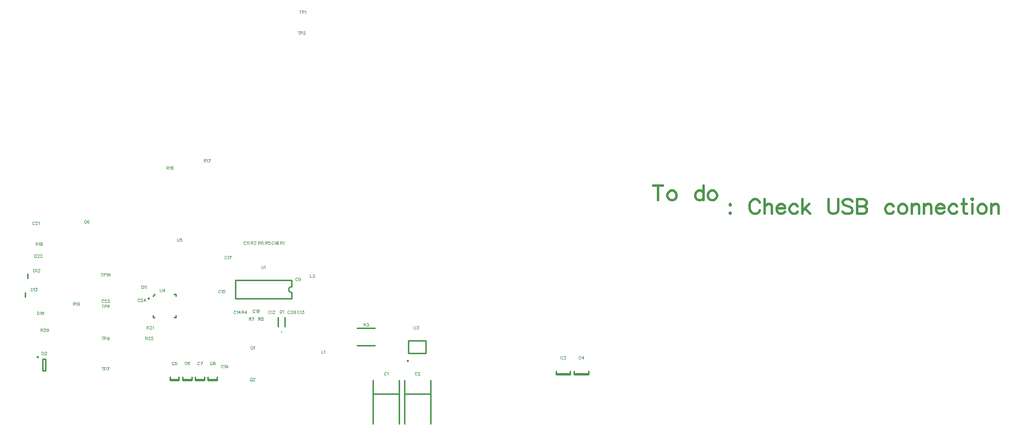
<source format=gbr>
G04 DipTrace 3.3.1.3*
G04 TopAssy.gbr*
%MOMM*%
G04 #@! TF.FileFunction,Drawing,Top*
G04 #@! TF.Part,Single*
%ADD10C,0.25*%
%ADD21O,0.23999X0.23961*%
%ADD23O,0.39176X0.39154*%
%ADD39O,0.41272X0.39072*%
%ADD46O,0.39993X0.39962*%
%ADD115C,0.07843*%
%ADD116C,0.39216*%
%FSLAX35Y35*%
G04*
G71*
G90*
G75*
G01*
G04 TopAssy*
%LPD*%
X5628177Y1933901D2*
D10*
Y1173913D1*
X5168177Y1933901D2*
Y1173913D1*
X5628177Y1703942D2*
X5168177D1*
X6177053Y1933901D2*
Y1173913D1*
X5717053Y1933901D2*
Y1173913D1*
X6177053Y1703942D2*
X5717053D1*
X8618810Y2053427D2*
X8368790D1*
X8618810Y2034507D2*
X8368790D1*
X8618810D2*
Y2094347D1*
X8368790Y2034507D2*
Y2094347D1*
X8936310Y2053427D2*
X8686290D1*
X8936310Y2034507D2*
X8686290D1*
X8936310D2*
Y2094347D1*
X8686290Y2034507D2*
Y2094347D1*
X1779227Y1955300D2*
X1619387D1*
X1779227Y1936380D2*
X1619387D1*
X1779227D2*
Y1996220D1*
X1619387Y1936380D2*
Y1996220D1*
X2001470Y1955300D2*
X1841630D1*
X2001470Y1936380D2*
X1841630D1*
X2001470D2*
Y1996220D1*
X1841630Y1936380D2*
Y1996220D1*
X2223723Y1955300D2*
X2063883D1*
X2223723Y1936380D2*
X2063883D1*
X2223723D2*
Y1996220D1*
X2063883Y1936380D2*
Y1996220D1*
X2445970Y1955300D2*
X2286130D1*
X2445970Y1936380D2*
X2286130D1*
X2445970D2*
Y1996220D1*
X2286130Y1936380D2*
Y1996220D1*
X3512552Y2873412D2*
Y3033410D1*
X3632548Y2873412D2*
Y3033410D1*
D21*
X3572550Y2779412D3*
D23*
X-689315Y2339142D3*
X-601937Y2305805D2*
D10*
Y2105788D1*
X-551963D1*
Y2305805D1*
X-601937D1*
X-862200Y3723050D2*
Y3803050D1*
X-909823Y3389673D2*
Y3469673D1*
X4889087Y2849507D2*
X5208767D1*
X4889087Y2549347D2*
X5208767D1*
X3745000Y3685282D2*
X2765100D1*
X3745000Y3364565D2*
X2765100D1*
Y3685282D2*
Y3364565D1*
X3745000Y3685282D2*
Y3575065D1*
Y3474781D2*
Y3364565D1*
Y3575065D2*
G03X3745000Y3474781I167J-50142D01*
G01*
X1323901Y3411369D2*
X1354205Y3441113D1*
X1323901Y3041241D2*
X1354205D1*
X1323901D2*
Y3070985D1*
X1724280Y3041241D2*
Y3070985D1*
Y3041241D2*
X1693976D1*
X1724280Y3441113D2*
Y3411369D1*
Y3441113D2*
X1693976D1*
D39*
X1254646Y3365785D3*
X5790183Y2412524D2*
D10*
X6090162D1*
X5790183Y2632576D2*
X6090162D1*
Y2412524D2*
Y2632576D1*
D46*
X5780185Y2272541D3*
X5790183Y2412524D2*
D10*
Y2632576D1*
X5402463Y2066189D2*
D115*
X5400048Y2071018D1*
X5395163Y2075903D1*
X5390334Y2078318D1*
X5380619D1*
X5375734Y2075903D1*
X5370904Y2071018D1*
X5368434Y2066189D1*
X5366019Y2058889D1*
Y2046703D1*
X5368434Y2039460D1*
X5370904Y2034574D1*
X5375734Y2029745D1*
X5380619Y2027274D1*
X5390334D1*
X5395163Y2029745D1*
X5400048Y2034574D1*
X5402463Y2039460D1*
X5418149Y2068547D2*
X5423034Y2071018D1*
X5430334Y2078262D1*
Y2027274D1*
X5940418Y2066189D2*
X5938003Y2071018D1*
X5933118Y2075903D1*
X5928288Y2078318D1*
X5918574D1*
X5913688Y2075903D1*
X5908859Y2071018D1*
X5906388Y2066189D1*
X5903974Y2058889D1*
Y2046703D1*
X5906388Y2039460D1*
X5908859Y2034574D1*
X5913688Y2029745D1*
X5918574Y2027274D1*
X5928288D1*
X5933118Y2029745D1*
X5938003Y2034574D1*
X5940418Y2039460D1*
X5958575Y2066133D2*
Y2068547D1*
X5960989Y2073433D1*
X5963404Y2075847D1*
X5968289Y2078262D1*
X5978004D1*
X5982833Y2075847D1*
X5985248Y2073433D1*
X5987718Y2068547D1*
Y2063718D1*
X5985248Y2058833D1*
X5980418Y2051589D1*
X5956104Y2027274D1*
X5990133D1*
X8487164Y2346692D2*
X8484750Y2351521D1*
X8479864Y2356407D1*
X8475035Y2358821D1*
X8465320D1*
X8460435Y2356407D1*
X8455606Y2351521D1*
X8453135Y2346692D1*
X8450720Y2339392D1*
Y2327207D1*
X8453135Y2319963D1*
X8455606Y2315077D1*
X8460435Y2310248D1*
X8465320Y2307777D1*
X8475035D1*
X8479864Y2310248D1*
X8484750Y2315077D1*
X8487164Y2319963D1*
X8507736Y2358765D2*
X8534409D1*
X8519865Y2339336D1*
X8527165D1*
X8531994Y2336921D1*
X8534409Y2334507D1*
X8536880Y2327207D1*
Y2322377D1*
X8534409Y2315077D1*
X8529580Y2310192D1*
X8522280Y2307777D1*
X8514980D1*
X8507736Y2310192D1*
X8505321Y2312663D1*
X8502850Y2317492D1*
X8803457Y2346692D2*
X8801042Y2351521D1*
X8796157Y2356407D1*
X8791328Y2358821D1*
X8781613D1*
X8776728Y2356407D1*
X8771898Y2351521D1*
X8769428Y2346692D1*
X8767013Y2339392D1*
Y2327207D1*
X8769428Y2319963D1*
X8771898Y2315077D1*
X8776728Y2310248D1*
X8781613Y2307777D1*
X8791328D1*
X8796157Y2310248D1*
X8801042Y2315077D1*
X8803457Y2319963D1*
X8843458Y2307777D2*
Y2358765D1*
X8819143Y2324792D1*
X8855587D1*
X1692671Y2248565D2*
X1690256Y2253395D1*
X1685371Y2258280D1*
X1680542Y2260695D1*
X1670827D1*
X1665942Y2258280D1*
X1661112Y2253395D1*
X1658642Y2248565D1*
X1656227Y2241265D1*
Y2229080D1*
X1658642Y2221836D1*
X1661112Y2216951D1*
X1665942Y2212122D1*
X1670827Y2209651D1*
X1680542D1*
X1685371Y2212122D1*
X1690256Y2216951D1*
X1692671Y2221836D1*
X1737501Y2260638D2*
X1713242D1*
X1710828Y2238795D1*
X1713242Y2241209D1*
X1720542Y2243680D1*
X1727786D1*
X1735086Y2241209D1*
X1739972Y2236380D1*
X1742386Y2229080D1*
Y2224251D1*
X1739972Y2216951D1*
X1735086Y2212065D1*
X1727786Y2209651D1*
X1720542D1*
X1713242Y2212065D1*
X1710828Y2214536D1*
X1708357Y2219365D1*
X1916150Y2248565D2*
X1913735Y2253395D1*
X1908850Y2258280D1*
X1904020Y2260695D1*
X1894306D1*
X1889420Y2258280D1*
X1884591Y2253395D1*
X1882120Y2248565D1*
X1879706Y2241265D1*
Y2229080D1*
X1882120Y2221836D1*
X1884591Y2216951D1*
X1889420Y2212122D1*
X1894306Y2209651D1*
X1904020D1*
X1908850Y2212122D1*
X1913735Y2216951D1*
X1916150Y2221836D1*
X1960980Y2253395D2*
X1958565Y2258224D1*
X1951265Y2260638D1*
X1946436D1*
X1939136Y2258224D1*
X1934250Y2250924D1*
X1931836Y2238795D1*
Y2226665D1*
X1934250Y2216951D1*
X1939136Y2212065D1*
X1946436Y2209651D1*
X1948850D1*
X1956094Y2212065D1*
X1960980Y2216951D1*
X1963394Y2224251D1*
Y2226665D1*
X1960980Y2233965D1*
X1956094Y2238795D1*
X1948850Y2241209D1*
X1946436D1*
X1939136Y2238795D1*
X1934250Y2233965D1*
X1931836Y2226665D1*
X2137168Y2248565D2*
X2134753Y2253395D1*
X2129868Y2258280D1*
X2125038Y2260695D1*
X2115324D1*
X2110438Y2258280D1*
X2105609Y2253395D1*
X2103138Y2248565D1*
X2100724Y2241265D1*
Y2229080D1*
X2103138Y2221836D1*
X2105609Y2216951D1*
X2110438Y2212122D1*
X2115324Y2209651D1*
X2125038D1*
X2129868Y2212122D1*
X2134753Y2216951D1*
X2137168Y2221836D1*
X2162568Y2209651D2*
X2186883Y2260638D1*
X2152854D1*
X2359442Y2248565D2*
X2357028Y2253395D1*
X2352142Y2258280D1*
X2347313Y2260695D1*
X2337598D1*
X2332713Y2258280D1*
X2327884Y2253395D1*
X2325413Y2248565D1*
X2322998Y2241265D1*
Y2229080D1*
X2325413Y2221836D1*
X2327884Y2216951D1*
X2332713Y2212122D1*
X2337598Y2209651D1*
X2347313D1*
X2352142Y2212122D1*
X2357028Y2216951D1*
X2359442Y2221836D1*
X2387258Y2260638D2*
X2380014Y2258224D1*
X2377543Y2253395D1*
Y2248509D1*
X2380014Y2243680D1*
X2384843Y2241209D1*
X2394558Y2238795D1*
X2401858Y2236380D1*
X2406687Y2231495D1*
X2409102Y2226665D1*
Y2219365D1*
X2406687Y2214536D1*
X2404272Y2212065D1*
X2396972Y2209651D1*
X2387258D1*
X2380014Y2212065D1*
X2377543Y2214536D1*
X2375129Y2219365D1*
Y2226665D1*
X2377543Y2231495D1*
X2382429Y2236380D1*
X2389672Y2238795D1*
X2399387Y2241209D1*
X2404272Y2243680D1*
X2406687Y2248509D1*
Y2253395D1*
X2404272Y2258224D1*
X2396972Y2260638D1*
X2387258D1*
X3852871Y3721565D2*
X3850457Y3726395D1*
X3845571Y3731280D1*
X3840742Y3733695D1*
X3831028D1*
X3826142Y3731280D1*
X3821313Y3726395D1*
X3818842Y3721565D1*
X3816428Y3714265D1*
Y3702080D1*
X3818842Y3694836D1*
X3821313Y3689951D1*
X3826142Y3685122D1*
X3831028Y3682651D1*
X3840742D1*
X3845571Y3685122D1*
X3850457Y3689951D1*
X3852871Y3694836D1*
X3900172Y3716680D2*
X3897702Y3709380D1*
X3892872Y3704495D1*
X3885572Y3702080D1*
X3883158D1*
X3875858Y3704495D1*
X3871029Y3709380D1*
X3868558Y3716680D1*
Y3719095D1*
X3871029Y3726395D1*
X3875858Y3731224D1*
X3883158Y3733638D1*
X3885572D1*
X3892872Y3731224D1*
X3897702Y3726395D1*
X3900172Y3716680D1*
Y3704495D1*
X3897702Y3692365D1*
X3892872Y3685065D1*
X3885572Y3682651D1*
X3880743D1*
X3873443Y3685065D1*
X3871029Y3689951D1*
X3436855Y4356565D2*
X3434440Y4361395D1*
X3429555Y4366280D1*
X3424726Y4368695D1*
X3415011D1*
X3410126Y4366280D1*
X3405297Y4361395D1*
X3402826Y4356565D1*
X3400411Y4349265D1*
Y4337080D1*
X3402826Y4329836D1*
X3405297Y4324951D1*
X3410126Y4320122D1*
X3415011Y4317651D1*
X3424726D1*
X3429555Y4320122D1*
X3434440Y4324951D1*
X3436855Y4329836D1*
X3452541Y4358924D2*
X3457427Y4361395D1*
X3464727Y4368638D1*
Y4317651D1*
X3495013Y4368638D2*
X3487713Y4366224D1*
X3482828Y4358924D1*
X3480413Y4346795D1*
Y4339495D1*
X3482828Y4327365D1*
X3487713Y4320065D1*
X3495013Y4317651D1*
X3499842D1*
X3507142Y4320065D1*
X3511971Y4327365D1*
X3514442Y4339495D1*
Y4346795D1*
X3511971Y4358924D1*
X3507142Y4366224D1*
X3499842Y4368638D1*
X3495013D1*
X3511971Y4358924D2*
X3482828Y4327365D1*
X2947777Y4356565D2*
X2945362Y4361395D1*
X2940477Y4366280D1*
X2935648Y4368695D1*
X2925933D1*
X2921048Y4366280D1*
X2916218Y4361395D1*
X2913748Y4356565D1*
X2911333Y4349265D1*
Y4337080D1*
X2913748Y4329836D1*
X2916218Y4324951D1*
X2921048Y4320122D1*
X2925933Y4317651D1*
X2935648D1*
X2940477Y4320122D1*
X2945362Y4324951D1*
X2947777Y4329836D1*
X2963463Y4358924D2*
X2968349Y4361395D1*
X2975649Y4368638D1*
Y4317651D1*
X2991335Y4358924D2*
X2996220Y4361395D1*
X3003520Y4368638D1*
Y4317651D1*
X3377353Y3145440D2*
X3374939Y3150270D1*
X3370053Y3155155D1*
X3365224Y3157570D1*
X3355509D1*
X3350624Y3155155D1*
X3345795Y3150270D1*
X3343324Y3145440D1*
X3340909Y3138140D1*
Y3125955D1*
X3343324Y3118711D1*
X3345795Y3113826D1*
X3350624Y3108997D1*
X3355509Y3106526D1*
X3365224D1*
X3370053Y3108997D1*
X3374939Y3113826D1*
X3377353Y3118711D1*
X3393040Y3147799D2*
X3397925Y3150270D1*
X3405225Y3157513D1*
Y3106526D1*
X3423382Y3145384D2*
Y3147799D1*
X3425797Y3152684D1*
X3428211Y3155099D1*
X3433097Y3157513D1*
X3442811D1*
X3447641Y3155099D1*
X3450055Y3152684D1*
X3452526Y3147799D1*
Y3142970D1*
X3450055Y3138084D1*
X3445226Y3130840D1*
X3420911Y3106526D1*
X3454941D1*
X3885353Y3145440D2*
X3882939Y3150270D1*
X3878053Y3155155D1*
X3873224Y3157570D1*
X3863509D1*
X3858624Y3155155D1*
X3853795Y3150270D1*
X3851324Y3145440D1*
X3848909Y3138140D1*
Y3125955D1*
X3851324Y3118711D1*
X3853795Y3113826D1*
X3858624Y3108997D1*
X3863509Y3106526D1*
X3873224D1*
X3878053Y3108997D1*
X3882939Y3113826D1*
X3885353Y3118711D1*
X3901040Y3147799D2*
X3905925Y3150270D1*
X3913225Y3157513D1*
Y3106526D1*
X3933797Y3157513D2*
X3960470D1*
X3945926Y3138084D1*
X3953226D1*
X3958055Y3135670D1*
X3960470Y3133255D1*
X3962941Y3125955D1*
Y3121126D1*
X3960470Y3113826D1*
X3955641Y3108940D1*
X3948341Y3106526D1*
X3941041D1*
X3933797Y3108940D1*
X3931382Y3111411D1*
X3928911Y3116240D1*
X2772894Y3140065D2*
X2770480Y3144895D1*
X2765594Y3149780D1*
X2760765Y3152195D1*
X2751051D1*
X2746165Y3149780D1*
X2741336Y3144895D1*
X2738865Y3140065D1*
X2736451Y3132765D1*
Y3120580D1*
X2738865Y3113336D1*
X2741336Y3108451D1*
X2746165Y3103622D1*
X2751051Y3101151D1*
X2760765D1*
X2765594Y3103622D1*
X2770480Y3108451D1*
X2772894Y3113336D1*
X2788581Y3142424D2*
X2793466Y3144895D1*
X2800766Y3152138D1*
Y3101151D1*
X2840767D2*
Y3152138D1*
X2816452Y3118165D1*
X2852896D1*
X2504228Y3506439D2*
X2501814Y3511268D1*
X2496928Y3516153D1*
X2492099Y3518568D1*
X2482384D1*
X2477499Y3516153D1*
X2472670Y3511268D1*
X2470199Y3506439D1*
X2467784Y3499139D1*
Y3486953D1*
X2470199Y3479710D1*
X2472670Y3474824D1*
X2477499Y3469995D1*
X2482384Y3467524D1*
X2492099D1*
X2496928Y3469995D1*
X2501814Y3474824D1*
X2504228Y3479710D1*
X2519915Y3508797D2*
X2524800Y3511268D1*
X2532100Y3518512D1*
Y3467524D1*
X2576930Y3518512D2*
X2552672D1*
X2550257Y3496668D1*
X2552672Y3499083D1*
X2559972Y3501553D1*
X2567216D1*
X2574516Y3499083D1*
X2579401Y3494253D1*
X2581816Y3486953D1*
Y3482124D1*
X2579401Y3474824D1*
X2574516Y3469939D1*
X2567216Y3467524D1*
X2559972D1*
X2552672Y3469939D1*
X2550257Y3472410D1*
X2547786Y3477239D1*
X3108714Y3160939D2*
X3106299Y3165768D1*
X3101414Y3170653D1*
X3096584Y3173068D1*
X3086870D1*
X3081984Y3170653D1*
X3077155Y3165768D1*
X3074684Y3160939D1*
X3072270Y3153639D1*
Y3141453D1*
X3074684Y3134210D1*
X3077155Y3129324D1*
X3081984Y3124495D1*
X3086870Y3122024D1*
X3096584D1*
X3101414Y3124495D1*
X3106299Y3129324D1*
X3108714Y3134210D1*
X3124400Y3163297D2*
X3129285Y3165768D1*
X3136585Y3173012D1*
Y3122024D1*
X3181416Y3165768D2*
X3179001Y3170597D1*
X3171701Y3173012D1*
X3166872D1*
X3159572Y3170597D1*
X3154686Y3163297D1*
X3152272Y3151168D1*
Y3139039D1*
X3154686Y3129324D1*
X3159572Y3124439D1*
X3166872Y3122024D1*
X3169286D1*
X3176530Y3124439D1*
X3181416Y3129324D1*
X3183830Y3136624D1*
Y3139039D1*
X3181416Y3146339D1*
X3176530Y3151168D1*
X3169286Y3153583D1*
X3166872D1*
X3159572Y3151168D1*
X3154686Y3146339D1*
X3152272Y3139039D1*
X2615355Y4102565D2*
X2612940Y4107395D1*
X2608055Y4112280D1*
X2603226Y4114695D1*
X2593511D1*
X2588626Y4112280D1*
X2583797Y4107395D1*
X2581326Y4102565D1*
X2578911Y4095265D1*
Y4083080D1*
X2581326Y4075836D1*
X2583797Y4070951D1*
X2588626Y4066122D1*
X2593511Y4063651D1*
X2603226D1*
X2608055Y4066122D1*
X2612940Y4070951D1*
X2615355Y4075836D1*
X2631041Y4104924D2*
X2635927Y4107395D1*
X2643227Y4114638D1*
Y4063651D1*
X2668628D2*
X2692942Y4114638D1*
X2658913D1*
X2553059Y2192942D2*
X2550644Y2197771D1*
X2545759Y2202657D1*
X2540930Y2205071D1*
X2531215D1*
X2526330Y2202657D1*
X2521501Y2197771D1*
X2519030Y2192942D1*
X2516615Y2185642D1*
Y2173457D1*
X2519030Y2166213D1*
X2521501Y2161327D1*
X2526330Y2156498D1*
X2531215Y2154027D1*
X2540930D1*
X2545759Y2156498D1*
X2550644Y2161327D1*
X2553059Y2166213D1*
X2568745Y2195301D2*
X2573631Y2197771D1*
X2580931Y2205015D1*
Y2154027D1*
X2628232Y2188057D2*
X2625761Y2180757D1*
X2620932Y2175871D1*
X2613632Y2173457D1*
X2611217D1*
X2603917Y2175871D1*
X2599088Y2180757D1*
X2596617Y2188057D1*
Y2190471D1*
X2599088Y2197771D1*
X2603917Y2202601D1*
X2611217Y2205015D1*
X2613632D1*
X2620932Y2202601D1*
X2625761Y2197771D1*
X2628232Y2188057D1*
Y2175871D1*
X2625761Y2163742D1*
X2620932Y2156442D1*
X2613632Y2154027D1*
X2608802D1*
X2601502Y2156442D1*
X2599088Y2161327D1*
X3715681Y3145440D2*
X3713267Y3150270D1*
X3708381Y3155155D1*
X3703552Y3157570D1*
X3693838D1*
X3688952Y3155155D1*
X3684123Y3150270D1*
X3681652Y3145440D1*
X3679238Y3138140D1*
Y3125955D1*
X3681652Y3118711D1*
X3684123Y3113826D1*
X3688952Y3108997D1*
X3693838Y3106526D1*
X3703552D1*
X3708381Y3108997D1*
X3713267Y3113826D1*
X3715681Y3118711D1*
X3733838Y3145384D2*
Y3147799D1*
X3736253Y3152684D1*
X3738668Y3155099D1*
X3743553Y3157513D1*
X3753268D1*
X3758097Y3155099D1*
X3760512Y3152684D1*
X3762982Y3147799D1*
Y3142970D1*
X3760512Y3138084D1*
X3755682Y3130840D1*
X3731368Y3106526D1*
X3765397D1*
X3795683Y3157513D2*
X3788383Y3155099D1*
X3783498Y3147799D1*
X3781083Y3135670D1*
Y3128370D1*
X3783498Y3116240D1*
X3788383Y3108940D1*
X3795683Y3106526D1*
X3800512D1*
X3807812Y3108940D1*
X3812642Y3116240D1*
X3815112Y3128370D1*
Y3135670D1*
X3812642Y3147799D1*
X3807812Y3155099D1*
X3800512Y3157513D1*
X3795683D1*
X3812642Y3147799D2*
X3783498Y3116240D1*
X-744522Y4700815D2*
X-746936Y4705645D1*
X-751822Y4710530D1*
X-756651Y4712945D1*
X-766366D1*
X-771251Y4710530D1*
X-776080Y4705645D1*
X-778551Y4700815D1*
X-780966Y4693515D1*
Y4681330D1*
X-778551Y4674086D1*
X-776080Y4669201D1*
X-771251Y4664372D1*
X-766366Y4661901D1*
X-756651D1*
X-751822Y4664372D1*
X-746936Y4669201D1*
X-744522Y4674086D1*
X-726365Y4700759D2*
Y4703174D1*
X-723950Y4708059D1*
X-721535Y4710474D1*
X-716650Y4712888D1*
X-706935D1*
X-702106Y4710474D1*
X-699692Y4708059D1*
X-697221Y4703174D1*
Y4698345D1*
X-699692Y4693459D1*
X-704521Y4686215D1*
X-728835Y4661901D1*
X-694806D1*
X-679120Y4703174D2*
X-674234Y4705645D1*
X-666934Y4712888D1*
Y4661901D1*
X-713444Y4130192D2*
X-715858Y4135021D1*
X-720744Y4139907D1*
X-725573Y4142321D1*
X-735287D1*
X-740173Y4139907D1*
X-745002Y4135021D1*
X-747473Y4130192D1*
X-749887Y4122892D1*
Y4110707D1*
X-747473Y4103463D1*
X-745002Y4098577D1*
X-740173Y4093748D1*
X-735287Y4091277D1*
X-725573D1*
X-720744Y4093748D1*
X-715858Y4098577D1*
X-713444Y4103463D1*
X-695287Y4130136D2*
Y4132551D1*
X-692872Y4137436D1*
X-690457Y4139851D1*
X-685572Y4142265D1*
X-675857D1*
X-671028Y4139851D1*
X-668613Y4137436D1*
X-666143Y4132551D1*
Y4127721D1*
X-668613Y4122836D1*
X-673443Y4115592D1*
X-697757Y4091277D1*
X-663728D1*
X-645571Y4130136D2*
Y4132551D1*
X-643156Y4137436D1*
X-640742Y4139851D1*
X-635856Y4142265D1*
X-626142D1*
X-621313Y4139851D1*
X-618898Y4137436D1*
X-616427Y4132551D1*
Y4127721D1*
X-618898Y4122836D1*
X-623727Y4115592D1*
X-648042Y4091277D1*
X-614013D1*
X462806Y3336442D2*
X460392Y3341271D1*
X455506Y3346157D1*
X450677Y3348571D1*
X440963D1*
X436077Y3346157D1*
X431248Y3341271D1*
X428777Y3336442D1*
X426363Y3329142D1*
Y3316957D1*
X428777Y3309713D1*
X431248Y3304827D1*
X436077Y3299998D1*
X440963Y3297527D1*
X450677D1*
X455506Y3299998D1*
X460392Y3304827D1*
X462806Y3309713D1*
X480963Y3336386D2*
Y3338801D1*
X483378Y3343686D1*
X485793Y3346101D1*
X490678Y3348515D1*
X500393D1*
X505222Y3346101D1*
X507637Y3343686D1*
X510107Y3338801D1*
Y3333971D1*
X507637Y3329086D1*
X502807Y3321842D1*
X478493Y3297527D1*
X512522D1*
X533094Y3348515D2*
X559767D1*
X545223Y3329086D1*
X552523D1*
X557352Y3326671D1*
X559767Y3324257D1*
X562237Y3316957D1*
Y3312127D1*
X559767Y3304827D1*
X554937Y3299942D1*
X547637Y3297527D1*
X540337D1*
X533094Y3299942D1*
X530679Y3302413D1*
X528208Y3307242D1*
X1096599Y3352315D2*
X1094184Y3357145D1*
X1089299Y3362030D1*
X1084470Y3364445D1*
X1074755D1*
X1069870Y3362030D1*
X1065041Y3357145D1*
X1062570Y3352315D1*
X1060155Y3345015D1*
Y3332830D1*
X1062570Y3325586D1*
X1065041Y3320701D1*
X1069870Y3315872D1*
X1074755Y3313401D1*
X1084470D1*
X1089299Y3315872D1*
X1094184Y3320701D1*
X1096599Y3325586D1*
X1114756Y3352259D2*
Y3354674D1*
X1117171Y3359559D1*
X1119585Y3361974D1*
X1124471Y3364388D1*
X1134185D1*
X1139015Y3361974D1*
X1141429Y3359559D1*
X1143900Y3354674D1*
Y3349845D1*
X1141429Y3344959D1*
X1136600Y3337715D1*
X1112285Y3313401D1*
X1146315D1*
X1186316D2*
Y3364388D1*
X1162001Y3330415D1*
X1198445D1*
X3541600Y3167820D2*
Y3116776D1*
X3558614D1*
X3565914Y3119247D1*
X3570800Y3124076D1*
X3573214Y3128961D1*
X3575629Y3136205D1*
Y3148390D1*
X3573214Y3155690D1*
X3570800Y3160520D1*
X3565914Y3165405D1*
X3558614Y3167820D1*
X3541600D1*
X3591315Y3158049D2*
X3596200Y3160520D1*
X3603500Y3167763D1*
Y3116776D1*
X-618822Y2433113D2*
Y2382069D1*
X-601808D1*
X-594508Y2384540D1*
X-589622Y2389369D1*
X-587208Y2394255D1*
X-584793Y2401498D1*
Y2413684D1*
X-587208Y2420984D1*
X-589622Y2425813D1*
X-594508Y2430698D1*
X-601808Y2433113D1*
X-618822D1*
X-566636Y2420928D2*
Y2423342D1*
X-564221Y2428228D1*
X-561807Y2430642D1*
X-556921Y2433057D1*
X-547207D1*
X-542378Y2430642D1*
X-539963Y2428228D1*
X-537492Y2423342D1*
Y2418513D1*
X-539963Y2413628D1*
X-544792Y2406384D1*
X-569107Y2382069D1*
X-535078D1*
X-698635Y3136321D2*
Y3085277D1*
X-681620D1*
X-674320Y3087748D1*
X-669435Y3092577D1*
X-667020Y3097463D1*
X-664606Y3104707D1*
Y3116892D1*
X-667020Y3124192D1*
X-669435Y3129021D1*
X-674320Y3133907D1*
X-681620Y3136321D1*
X-698635D1*
X-648919Y3126551D2*
X-644034Y3129021D1*
X-636734Y3136265D1*
Y3085277D1*
X-606448Y3136265D2*
X-613748Y3133851D1*
X-618633Y3126551D1*
X-621048Y3114421D1*
Y3107121D1*
X-618633Y3094992D1*
X-613748Y3087692D1*
X-606448Y3085277D1*
X-601618D1*
X-594318Y3087692D1*
X-589489Y3094992D1*
X-587018Y3107121D1*
Y3114421D1*
X-589489Y3126551D1*
X-594318Y3133851D1*
X-601618Y3136265D1*
X-606448D1*
X-589489Y3126551D2*
X-618633Y3094992D1*
X1122037Y3596695D2*
Y3545651D1*
X1139052D1*
X1146352Y3548122D1*
X1151237Y3552951D1*
X1153652Y3557836D1*
X1156066Y3565080D1*
Y3577265D1*
X1153652Y3584565D1*
X1151237Y3589395D1*
X1146352Y3594280D1*
X1139052Y3596695D1*
X1122037D1*
X1171753Y3586924D2*
X1176638Y3589395D1*
X1183938Y3596638D1*
Y3545651D1*
X1199624Y3586924D2*
X1204510Y3589395D1*
X1211810Y3596638D1*
Y3545651D1*
X-763008Y3887445D2*
Y3836401D1*
X-745994D1*
X-738694Y3838872D1*
X-733808Y3843701D1*
X-731394Y3848586D1*
X-728979Y3855830D1*
Y3868015D1*
X-731394Y3875315D1*
X-733808Y3880145D1*
X-738694Y3885030D1*
X-745994Y3887445D1*
X-763008D1*
X-713293Y3877674D2*
X-708407Y3880145D1*
X-701107Y3887388D1*
Y3836401D1*
X-682950Y3875259D2*
Y3877674D1*
X-680536Y3882559D1*
X-678121Y3884974D1*
X-673236Y3887388D1*
X-663521D1*
X-658692Y3884974D1*
X-656277Y3882559D1*
X-653806Y3877674D1*
Y3872845D1*
X-656277Y3867959D1*
X-661106Y3860715D1*
X-685421Y3836401D1*
X-651392D1*
X-810632Y3554068D2*
Y3503024D1*
X-793617D1*
X-786317Y3505495D1*
X-781432Y3510324D1*
X-779017Y3515210D1*
X-776602Y3522453D1*
Y3534639D1*
X-779017Y3541939D1*
X-781432Y3546768D1*
X-786317Y3551653D1*
X-793617Y3554068D1*
X-810632D1*
X-760916Y3544297D2*
X-756031Y3546768D1*
X-748731Y3554012D1*
Y3503024D1*
X-728159Y3554012D2*
X-701486D1*
X-716030Y3534583D1*
X-708730D1*
X-703901Y3532168D1*
X-701486Y3529753D1*
X-699015Y3522453D1*
Y3517624D1*
X-701486Y3510324D1*
X-706315Y3505439D1*
X-713615Y3503024D1*
X-720915D1*
X-728159Y3505439D1*
X-730574Y3507910D1*
X-733044Y3512739D1*
X4269792Y2462821D2*
Y2411777D1*
X4298936D1*
X4314622Y2453051D2*
X4319508Y2455521D1*
X4326808Y2462765D1*
Y2411777D1*
X4072870Y3788818D2*
Y3737774D1*
X4102014D1*
X4120171Y3776633D2*
Y3779047D1*
X4122586Y3783933D1*
X4125000Y3786347D1*
X4129886Y3788762D1*
X4139600D1*
X4144430Y3786347D1*
X4146844Y3783933D1*
X4149315Y3779047D1*
Y3774218D1*
X4146844Y3769333D1*
X4142015Y3762089D1*
X4117700Y3737774D1*
X4151730D1*
X3045757Y2533945D2*
X3040928Y2531586D1*
X3036042Y2526701D1*
X3033628Y2521815D1*
X3031157Y2514515D1*
Y2502386D1*
X3033628Y2495086D1*
X3036042Y2490257D1*
X3040928Y2485372D1*
X3045757Y2482957D1*
X3055471D1*
X3060357Y2485372D1*
X3065186Y2490257D1*
X3067601Y2495086D1*
X3070071Y2502386D1*
Y2514515D1*
X3067601Y2521815D1*
X3065186Y2526701D1*
X3060357Y2531586D1*
X3055471Y2533945D1*
X3045757D1*
X3053057Y2492672D2*
X3067601Y2478072D1*
X3085758Y2524174D2*
X3090643Y2526645D1*
X3097943Y2533888D1*
Y2482901D1*
X3034838Y1978321D2*
X3030009Y1975963D1*
X3025124Y1971077D1*
X3022709Y1966192D1*
X3020238Y1958892D1*
Y1946763D1*
X3022709Y1939463D1*
X3025124Y1934634D1*
X3030009Y1929748D1*
X3034838Y1927334D1*
X3044553D1*
X3049438Y1929748D1*
X3054268Y1934634D1*
X3056682Y1939463D1*
X3059153Y1946763D1*
Y1958892D1*
X3056682Y1966192D1*
X3054268Y1971077D1*
X3049438Y1975963D1*
X3044553Y1978321D1*
X3034838D1*
X3042138Y1937048D2*
X3056682Y1922448D1*
X3077310Y1966136D2*
Y1968551D1*
X3079725Y1973436D1*
X3082139Y1975851D1*
X3087025Y1978265D1*
X3096739D1*
X3101568Y1975851D1*
X3103983Y1973436D1*
X3106454Y1968551D1*
Y1963721D1*
X3103983Y1958836D1*
X3099154Y1951592D1*
X3074839Y1927277D1*
X3108868D1*
X135444Y4738318D2*
X130614Y4735960D1*
X125729Y4731074D1*
X123314Y4726189D1*
X120844Y4718889D1*
Y4706760D1*
X123314Y4699460D1*
X125729Y4694630D1*
X130614Y4689745D1*
X135444Y4687330D1*
X145158D1*
X150044Y4689745D1*
X154873Y4694630D1*
X157288Y4699460D1*
X159758Y4706760D1*
Y4718889D1*
X157288Y4726189D1*
X154873Y4731074D1*
X150044Y4735960D1*
X145158Y4738318D1*
X135444D1*
X142744Y4697045D2*
X157288Y4682445D1*
X204588Y4731018D2*
X202174Y4735847D1*
X194874Y4738262D1*
X190045D1*
X182745Y4735847D1*
X177859Y4728547D1*
X175445Y4716418D1*
Y4704289D1*
X177859Y4694574D1*
X182745Y4689689D1*
X190045Y4687274D1*
X192459D1*
X199703Y4689689D1*
X204588Y4694574D1*
X207003Y4701874D1*
Y4704289D1*
X204588Y4711589D1*
X199703Y4716418D1*
X192459Y4718833D1*
X190045D1*
X182745Y4716418D1*
X177859Y4711589D1*
X175445Y4704289D1*
X3551476Y4344380D2*
X3573320D1*
X3580620Y4346851D1*
X3583091Y4349265D1*
X3585505Y4354095D1*
Y4358980D1*
X3583091Y4363809D1*
X3580620Y4366280D1*
X3573320Y4368695D1*
X3551476D1*
Y4317651D1*
X3568491Y4344380D2*
X3585505Y4317651D1*
X3601192Y4358924D2*
X3606077Y4361395D1*
X3613377Y4368638D1*
Y4317651D1*
X3040554Y4344380D2*
X3062398D1*
X3069698Y4346851D1*
X3072169Y4349265D1*
X3074584Y4354095D1*
Y4358980D1*
X3072169Y4363809D1*
X3069698Y4366280D1*
X3062398Y4368695D1*
X3040554D1*
Y4317651D1*
X3057569Y4344380D2*
X3074584Y4317651D1*
X3092741Y4356509D2*
Y4358924D1*
X3095155Y4363809D1*
X3097570Y4366224D1*
X3102455Y4368638D1*
X3112170D1*
X3116999Y4366224D1*
X3119414Y4363809D1*
X3121884Y4358924D1*
Y4354095D1*
X3119414Y4349209D1*
X3114584Y4341965D1*
X3090270Y4317651D1*
X3124299D1*
X5007054Y2909507D2*
X5028898D1*
X5036198Y2911977D1*
X5038669Y2914392D1*
X5041084Y2919221D1*
Y2924107D1*
X5038669Y2928936D1*
X5036198Y2931407D1*
X5028898Y2933821D1*
X5007054D1*
Y2882777D1*
X5024069Y2909507D2*
X5041084Y2882777D1*
X5061655Y2933765D2*
X5088328D1*
X5073784Y2914336D1*
X5081084D1*
X5085914Y2911921D1*
X5088328Y2909507D1*
X5090799Y2902207D1*
Y2897377D1*
X5088328Y2890077D1*
X5083499Y2885192D1*
X5076199Y2882777D1*
X5068899D1*
X5061655Y2885192D1*
X5059241Y2887663D1*
X5056770Y2892492D1*
X2878597Y3127880D2*
X2900441D1*
X2907741Y3130351D1*
X2910212Y3132765D1*
X2912626Y3137595D1*
Y3142480D1*
X2910212Y3147309D1*
X2907741Y3149780D1*
X2900441Y3152195D1*
X2878597D1*
Y3101151D1*
X2895612Y3127880D2*
X2912626Y3101151D1*
X2952627D2*
Y3152138D1*
X2928312Y3118165D1*
X2964756D1*
X3290554Y4344380D2*
X3312398D1*
X3319698Y4346851D1*
X3322169Y4349265D1*
X3324584Y4354095D1*
Y4358980D1*
X3322169Y4363809D1*
X3319698Y4366280D1*
X3312398Y4368695D1*
X3290554D1*
Y4317651D1*
X3307569Y4344380D2*
X3324584Y4317651D1*
X3369414Y4368638D2*
X3345155D1*
X3342741Y4346795D1*
X3345155Y4349209D1*
X3352455Y4351680D1*
X3359699D1*
X3366999Y4349209D1*
X3371884Y4344380D1*
X3374299Y4337080D1*
Y4332251D1*
X3371884Y4324951D1*
X3366999Y4320065D1*
X3359699Y4317651D1*
X3352455D1*
X3345155Y4320065D1*
X3342741Y4322536D1*
X3340270Y4327365D1*
X3166790Y4344380D2*
X3188634D1*
X3195934Y4346851D1*
X3198404Y4349265D1*
X3200819Y4354095D1*
Y4358980D1*
X3198404Y4363809D1*
X3195934Y4366280D1*
X3188634Y4368695D1*
X3166790D1*
Y4317651D1*
X3183804Y4344380D2*
X3200819Y4317651D1*
X3245649Y4361395D2*
X3243234Y4366224D1*
X3235934Y4368638D1*
X3231105D1*
X3223805Y4366224D1*
X3218920Y4358924D1*
X3216505Y4346795D1*
Y4334665D1*
X3218920Y4324951D1*
X3223805Y4320065D1*
X3231105Y4317651D1*
X3233520D1*
X3240764Y4320065D1*
X3245649Y4324951D1*
X3248064Y4332251D1*
Y4334665D1*
X3245649Y4341965D1*
X3240764Y4346795D1*
X3233520Y4349209D1*
X3231105D1*
X3223805Y4346795D1*
X3218920Y4341965D1*
X3216505Y4334665D1*
X3006804Y3016503D2*
X3028648D1*
X3035948Y3018974D1*
X3038419Y3021389D1*
X3040834Y3026218D1*
Y3031103D1*
X3038419Y3035933D1*
X3035948Y3038403D1*
X3028648Y3040818D1*
X3006804D1*
Y2989774D1*
X3023819Y3016503D2*
X3040834Y2989774D1*
X3066234D2*
X3090549Y3040762D1*
X3056520D1*
X3165579Y3016503D2*
X3187423D1*
X3194723Y3018974D1*
X3197194Y3021389D1*
X3199608Y3026218D1*
Y3031103D1*
X3197194Y3035933D1*
X3194723Y3038403D1*
X3187423Y3040818D1*
X3165579D1*
Y2989774D1*
X3182594Y3016503D2*
X3199608Y2989774D1*
X3227424Y3040762D2*
X3220180Y3038347D1*
X3217709Y3033518D1*
Y3028633D1*
X3220180Y3023803D1*
X3225009Y3021333D1*
X3234724Y3018918D1*
X3242024Y3016503D1*
X3246853Y3011618D1*
X3249268Y3006789D1*
Y2999489D1*
X3246853Y2994660D1*
X3244438Y2992189D1*
X3237138Y2989774D1*
X3227424D1*
X3220180Y2992189D1*
X3217709Y2994660D1*
X3215295Y2999489D1*
Y3006789D1*
X3217709Y3011618D1*
X3222595Y3016503D1*
X3229838Y3018918D1*
X3239553Y3021333D1*
X3244438Y3023803D1*
X3246853Y3028633D1*
Y3033518D1*
X3244438Y3038347D1*
X3237138Y3040762D1*
X3227424D1*
X1566851Y5657880D2*
X1588694D1*
X1595994Y5660351D1*
X1598465Y5662765D1*
X1600880Y5667595D1*
Y5672480D1*
X1598465Y5677309D1*
X1595994Y5679780D1*
X1588694Y5682195D1*
X1566851D1*
Y5631151D1*
X1583865Y5657880D2*
X1600880Y5631151D1*
X1616566Y5672424D2*
X1621451Y5674895D1*
X1628751Y5682138D1*
Y5631151D1*
X1673582Y5674895D2*
X1671167Y5679724D1*
X1663867Y5682138D1*
X1659038D1*
X1651738Y5679724D1*
X1646852Y5672424D1*
X1644438Y5660295D1*
Y5648165D1*
X1646852Y5638451D1*
X1651738Y5633565D1*
X1659038Y5631151D1*
X1661452D1*
X1668696Y5633565D1*
X1673582Y5638451D1*
X1675996Y5645751D1*
Y5648165D1*
X1673582Y5655465D1*
X1668696Y5660295D1*
X1661452Y5662709D1*
X1659038D1*
X1651738Y5660295D1*
X1646852Y5655465D1*
X1644438Y5648165D1*
X2214992Y5784880D2*
X2236836D1*
X2244136Y5787351D1*
X2246606Y5789765D1*
X2249021Y5794595D1*
Y5799480D1*
X2246606Y5804309D1*
X2244136Y5806780D1*
X2236836Y5809195D1*
X2214992D1*
Y5758151D1*
X2232006Y5784880D2*
X2249021Y5758151D1*
X2264707Y5799424D2*
X2269593Y5801895D1*
X2276893Y5809138D1*
Y5758151D1*
X2302294D2*
X2326608Y5809138D1*
X2292579D1*
X-721857Y4324380D2*
X-700013D1*
X-692713Y4326851D1*
X-690242Y4329265D1*
X-687828Y4334095D1*
Y4338980D1*
X-690242Y4343809D1*
X-692713Y4346280D1*
X-700013Y4348695D1*
X-721857D1*
Y4297651D1*
X-704842Y4324380D2*
X-687828Y4297651D1*
X-672141Y4338924D2*
X-667256Y4341395D1*
X-659956Y4348638D1*
Y4297651D1*
X-632140Y4348638D2*
X-639384Y4346224D1*
X-641855Y4341395D1*
Y4336509D1*
X-639384Y4331680D1*
X-634555Y4329209D1*
X-624840Y4326795D1*
X-617540Y4324380D1*
X-612711Y4319495D1*
X-610297Y4314665D1*
Y4307365D1*
X-612711Y4302536D1*
X-615126Y4300065D1*
X-622426Y4297651D1*
X-632140D1*
X-639384Y4300065D1*
X-641855Y4302536D1*
X-644270Y4307365D1*
Y4314665D1*
X-641855Y4319495D1*
X-636970Y4324380D1*
X-629726Y4326795D1*
X-620011Y4329209D1*
X-615126Y4331680D1*
X-612711Y4336509D1*
Y4341395D1*
X-615126Y4346224D1*
X-622426Y4348638D1*
X-632140D1*
X-69801Y3276630D2*
X-47957D1*
X-40657Y3279101D1*
X-38186Y3281515D1*
X-35772Y3286345D1*
Y3291230D1*
X-38186Y3296059D1*
X-40657Y3298530D1*
X-47957Y3300945D1*
X-69801D1*
Y3249901D1*
X-52786Y3276630D2*
X-35772Y3249901D1*
X-20085Y3291174D2*
X-15200Y3293645D1*
X-7900Y3300888D1*
Y3249901D1*
X39401Y3283930D2*
X36930Y3276630D1*
X32101Y3271745D1*
X24801Y3269330D1*
X22386D1*
X15086Y3271745D1*
X10257Y3276630D1*
X7786Y3283930D1*
Y3286345D1*
X10257Y3293645D1*
X15086Y3298474D1*
X22386Y3300888D1*
X24801D1*
X32101Y3298474D1*
X36930Y3293645D1*
X39401Y3283930D1*
Y3271745D1*
X36930Y3259615D1*
X32101Y3252315D1*
X24801Y3249901D1*
X19972D1*
X12672Y3252315D1*
X10257Y3257201D1*
X-636057Y2816257D2*
X-614213D1*
X-606913Y2818727D1*
X-604442Y2821142D1*
X-602028Y2825971D1*
Y2830857D1*
X-604442Y2835686D1*
X-606913Y2838157D1*
X-614213Y2840571D1*
X-636057D1*
Y2789527D1*
X-619042Y2816257D2*
X-602028Y2789527D1*
X-583871Y2828386D2*
Y2830801D1*
X-581456Y2835686D1*
X-579041Y2838101D1*
X-574156Y2840515D1*
X-564441D1*
X-559612Y2838101D1*
X-557197Y2835686D1*
X-554727Y2830801D1*
Y2825971D1*
X-557197Y2821086D1*
X-562027Y2813842D1*
X-586341Y2789527D1*
X-552312D1*
X-522026Y2840515D2*
X-529326Y2838101D1*
X-534211Y2830801D1*
X-536626Y2818671D1*
Y2811371D1*
X-534211Y2799242D1*
X-529326Y2791942D1*
X-522026Y2789527D1*
X-517197D1*
X-509897Y2791942D1*
X-505067Y2799242D1*
X-502597Y2811371D1*
Y2818671D1*
X-505067Y2830801D1*
X-509897Y2838101D1*
X-517197Y2840515D1*
X-522026D1*
X-505067Y2830801D2*
X-534211Y2799242D1*
X1214868Y2863880D2*
X1236712D1*
X1244012Y2866351D1*
X1246483Y2868765D1*
X1248898Y2873595D1*
Y2878480D1*
X1246483Y2883309D1*
X1244012Y2885780D1*
X1236712Y2888195D1*
X1214868D1*
Y2837151D1*
X1231883Y2863880D2*
X1248898Y2837151D1*
X1267055Y2876009D2*
Y2878424D1*
X1269469Y2883309D1*
X1271884Y2885724D1*
X1276769Y2888138D1*
X1286484D1*
X1291313Y2885724D1*
X1293728Y2883309D1*
X1296199Y2878424D1*
Y2873595D1*
X1293728Y2868709D1*
X1288899Y2861465D1*
X1264584Y2837151D1*
X1298613D1*
X1314299Y2878424D2*
X1319185Y2880895D1*
X1326485Y2888138D1*
Y2837151D1*
X1189570Y2673380D2*
X1211414D1*
X1218714Y2675851D1*
X1221184Y2678265D1*
X1223599Y2683095D1*
Y2687980D1*
X1221184Y2692809D1*
X1218714Y2695280D1*
X1211414Y2697695D1*
X1189570D1*
Y2646651D1*
X1206584Y2673380D2*
X1223599Y2646651D1*
X1241756Y2685509D2*
Y2687924D1*
X1244171Y2692809D1*
X1246585Y2695224D1*
X1251471Y2697638D1*
X1261185D1*
X1266015Y2695224D1*
X1268429Y2692809D1*
X1270900Y2687924D1*
Y2683095D1*
X1268429Y2678209D1*
X1263600Y2670965D1*
X1239285Y2646651D1*
X1273315D1*
X1291472Y2685509D2*
Y2687924D1*
X1293886Y2692809D1*
X1296301Y2695224D1*
X1301186Y2697638D1*
X1310901D1*
X1315730Y2695224D1*
X1318145Y2692809D1*
X1320616Y2687924D1*
Y2683095D1*
X1318145Y2678209D1*
X1313316Y2670965D1*
X1289001Y2646651D1*
X1323030D1*
X3898883Y8405071D2*
Y8354027D1*
X3881868Y8405071D2*
X3915898D1*
X3931584Y8378342D2*
X3953484D1*
X3960728Y8380757D1*
X3963199Y8383227D1*
X3965613Y8388057D1*
Y8395357D1*
X3963199Y8400186D1*
X3960728Y8402657D1*
X3953484Y8405071D1*
X3931584D1*
Y8354027D1*
X3981299Y8395301D2*
X3986185Y8397771D1*
X3993485Y8405015D1*
Y8354027D1*
X3871938Y8039688D2*
Y7988644D1*
X3854923Y8039688D2*
X3888952D1*
X3904639Y8012959D2*
X3926539D1*
X3933783Y8015373D1*
X3936253Y8017844D1*
X3938668Y8022673D1*
Y8029973D1*
X3936253Y8034803D1*
X3933783Y8037273D1*
X3926539Y8039688D1*
X3904639D1*
Y7988644D1*
X3956825Y8027503D2*
Y8029917D1*
X3959240Y8034803D1*
X3961654Y8037217D1*
X3966540Y8039632D1*
X3976254D1*
X3981083Y8037217D1*
X3983498Y8034803D1*
X3985969Y8029917D1*
Y8025088D1*
X3983498Y8020203D1*
X3978669Y8012959D1*
X3954354Y7988644D1*
X3988383D1*
X443084Y2161568D2*
Y2110524D1*
X426070Y2161568D2*
X460099D1*
X475785Y2134839D2*
X497685D1*
X504929Y2137253D1*
X507400Y2139724D1*
X509815Y2144553D1*
Y2151853D1*
X507400Y2156683D1*
X504929Y2159153D1*
X497685Y2161568D1*
X475785D1*
Y2110524D1*
X535216D2*
X559530Y2161512D1*
X525501D1*
X443113Y2696568D2*
Y2645524D1*
X426098Y2696568D2*
X460127D1*
X475813Y2669839D2*
X497713D1*
X504957Y2672253D1*
X507428Y2674724D1*
X509843Y2679553D1*
Y2686853D1*
X507428Y2691683D1*
X504957Y2694153D1*
X497713Y2696568D1*
X475813D1*
Y2645524D1*
X537658Y2696512D2*
X530414Y2694097D1*
X527944Y2689268D1*
Y2684383D1*
X530414Y2679553D1*
X535244Y2677083D1*
X544958Y2674668D1*
X552258Y2672253D1*
X557087Y2667368D1*
X559502Y2662539D1*
Y2655239D1*
X557087Y2650410D1*
X554673Y2647939D1*
X547373Y2645524D1*
X537658D1*
X530414Y2647939D1*
X527944Y2650410D1*
X525529Y2655239D1*
Y2662539D1*
X527944Y2667368D1*
X532829Y2672253D1*
X540073Y2674668D1*
X549787Y2677083D1*
X554673Y2679553D1*
X557087Y2684383D1*
Y2689268D1*
X554673Y2694097D1*
X547373Y2696512D1*
X537658D1*
X444292Y3261568D2*
Y3210524D1*
X427277Y3261568D2*
X461306D1*
X476993Y3234839D2*
X498893D1*
X506137Y3237253D1*
X508607Y3239724D1*
X511022Y3244553D1*
Y3251853D1*
X508607Y3256683D1*
X506137Y3259153D1*
X498893Y3261568D1*
X476993D1*
Y3210524D1*
X558323Y3244553D2*
X555852Y3237253D1*
X551023Y3232368D1*
X543723Y3229953D1*
X541308D1*
X534008Y3232368D1*
X529179Y3237253D1*
X526708Y3244553D1*
Y3246968D1*
X529179Y3254268D1*
X534008Y3259097D1*
X541308Y3261512D1*
X543723D1*
X551023Y3259097D1*
X555852Y3254268D1*
X558323Y3244553D1*
Y3232368D1*
X555852Y3220239D1*
X551023Y3212939D1*
X543723Y3210524D1*
X538894D1*
X531594Y3212939D1*
X529179Y3217824D1*
X429149Y3811568D2*
Y3760524D1*
X412134Y3811568D2*
X446163D1*
X461850Y3784839D2*
X483750D1*
X490993Y3787253D1*
X493464Y3789724D1*
X495879Y3794553D1*
Y3801853D1*
X493464Y3806683D1*
X490993Y3809153D1*
X483750Y3811568D1*
X461850D1*
Y3760524D1*
X511565Y3801797D2*
X516450Y3804268D1*
X523750Y3811512D1*
Y3760524D1*
X554037Y3811512D2*
X546737Y3809097D1*
X541851Y3801797D1*
X539437Y3789668D1*
Y3782368D1*
X541851Y3770239D1*
X546737Y3762939D1*
X554037Y3760524D1*
X558866D1*
X566166Y3762939D1*
X570995Y3770239D1*
X573466Y3782368D1*
Y3789668D1*
X570995Y3801797D1*
X566166Y3809097D1*
X558866Y3811512D1*
X554037D1*
X570995Y3801797D2*
X541851Y3770239D1*
X3224100Y3941818D2*
Y3905374D1*
X3226514Y3898074D1*
X3231400Y3893245D1*
X3238700Y3890774D1*
X3243529D1*
X3250829Y3893245D1*
X3255714Y3898074D1*
X3258129Y3905374D1*
Y3941818D1*
X3273815Y3932047D2*
X3278700Y3934518D1*
X3286000Y3941762D1*
Y3890774D1*
X1446014Y3535571D2*
Y3499127D1*
X1448428Y3491827D1*
X1453314Y3486998D1*
X1460614Y3484527D1*
X1465443D1*
X1472743Y3486998D1*
X1477628Y3491827D1*
X1480043Y3499127D1*
Y3535571D1*
X1520044Y3484527D2*
Y3535515D1*
X1495729Y3501542D1*
X1532173D1*
X1747551Y4421695D2*
Y4385251D1*
X1749966Y4377951D1*
X1754851Y4373122D1*
X1762151Y4370651D1*
X1766980D1*
X1774280Y4373122D1*
X1779166Y4377951D1*
X1781580Y4385251D1*
Y4421695D1*
X1826410Y4421638D2*
X1802152D1*
X1799737Y4399795D1*
X1802152Y4402209D1*
X1809452Y4404680D1*
X1816696D1*
X1823996Y4402209D1*
X1828881Y4397380D1*
X1831296Y4390080D1*
Y4385251D1*
X1828881Y4377951D1*
X1823996Y4373065D1*
X1816696Y4370651D1*
X1809452D1*
X1802152Y4373065D1*
X1799737Y4375536D1*
X1797266Y4380365D1*
X5883303Y2886945D2*
Y2850501D1*
X5885717Y2843201D1*
X5890603Y2838372D1*
X5897903Y2835901D1*
X5902732D1*
X5910032Y2838372D1*
X5914917Y2843201D1*
X5917332Y2850501D1*
Y2886945D1*
X5937904Y2886888D2*
X5964577D1*
X5950033Y2867459D1*
X5957333D1*
X5962162Y2865045D1*
X5964577Y2862630D1*
X5967047Y2855330D1*
Y2850501D1*
X5964577Y2843201D1*
X5959747Y2838315D1*
X5952447Y2835901D1*
X5945147D1*
X5937904Y2838315D1*
X5935489Y2840786D1*
X5933018Y2845615D1*
X10150498Y5347507D2*
D116*
Y5092287D1*
X10065425Y5347507D2*
X10235571D1*
X10374648Y5262433D2*
X10350502Y5250360D1*
X10326075Y5225933D1*
X10314002Y5189433D1*
Y5165287D1*
X10326075Y5128787D1*
X10350502Y5104641D1*
X10374648Y5092287D1*
X10411148D1*
X10435575Y5104641D1*
X10459721Y5128787D1*
X10472075Y5165287D1*
Y5189433D1*
X10459721Y5225933D1*
X10435575Y5250360D1*
X10411148Y5262433D1*
X10374648D1*
X10943119Y5347507D2*
Y5092287D1*
Y5225933D2*
X10918972Y5250360D1*
X10894546Y5262433D1*
X10858046D1*
X10833899Y5250360D1*
X10809472Y5225933D1*
X10797399Y5189433D1*
Y5165287D1*
X10809472Y5128787D1*
X10833899Y5104641D1*
X10858046Y5092287D1*
X10894546D1*
X10918972Y5104641D1*
X10943119Y5128787D1*
X11082196Y5262433D2*
X11058050Y5250360D1*
X11033623Y5225933D1*
X11021550Y5189433D1*
Y5165287D1*
X11033623Y5128787D1*
X11058050Y5104641D1*
X11082196Y5092287D1*
X11118696D1*
X11143123Y5104641D1*
X11167269Y5128787D1*
X11179623Y5165287D1*
Y5189433D1*
X11167269Y5225933D1*
X11143123Y5250360D1*
X11118696Y5262433D1*
X11082196D1*
X11411278Y5024310D2*
X11398925Y5011956D1*
X11411278Y4999883D1*
X11423351Y5011956D1*
X11411278Y5024310D1*
Y4878591D2*
X11398925Y4866237D1*
X11411278Y4854164D1*
X11423351Y4866237D1*
X11411278Y4878591D1*
X11930895Y5048737D2*
X11918822Y5072883D1*
X11894395Y5097310D1*
X11870249Y5109383D1*
X11821676D1*
X11797249Y5097310D1*
X11773103Y5072883D1*
X11760749Y5048737D1*
X11748676Y5012237D1*
Y4951310D1*
X11760749Y4915091D1*
X11773103Y4890664D1*
X11797249Y4866518D1*
X11821676Y4854164D1*
X11870249D1*
X11894395Y4866518D1*
X11918822Y4890664D1*
X11930895Y4915091D1*
X12009326Y5109383D2*
Y4854164D1*
Y4975737D2*
X12045826Y5012237D1*
X12070253Y5024310D1*
X12106753D1*
X12130899Y5012237D1*
X12142972Y4975737D1*
Y4854164D1*
X12221404Y4951310D2*
X12367123D1*
Y4975737D1*
X12355050Y5000164D1*
X12342977Y5012237D1*
X12318550Y5024310D1*
X12282050D1*
X12257904Y5012237D1*
X12233477Y4987810D1*
X12221404Y4951310D1*
Y4927164D1*
X12233477Y4890664D1*
X12257904Y4866518D1*
X12282050Y4854164D1*
X12318550D1*
X12342977Y4866518D1*
X12367123Y4890664D1*
X12591554Y4987810D2*
X12567128Y5012237D1*
X12542701Y5024310D1*
X12506481D1*
X12482054Y5012237D1*
X12457908Y4987810D1*
X12445554Y4951310D1*
Y4927164D1*
X12457908Y4890664D1*
X12482054Y4866518D1*
X12506481Y4854164D1*
X12542701D1*
X12567128Y4866518D1*
X12591554Y4890664D1*
X12669986Y5109383D2*
Y4854164D1*
X12791559Y5024310D2*
X12669986Y4902737D1*
X12718559Y4951310D2*
X12803632Y4854164D1*
X13128956Y5109383D2*
Y4927164D1*
X13141029Y4890664D1*
X13165456Y4866518D1*
X13201956Y4854164D1*
X13226102D1*
X13262602Y4866518D1*
X13287029Y4890664D1*
X13299102Y4927164D1*
Y5109383D1*
X13547680Y5072883D2*
X13523534Y5097310D1*
X13487034Y5109383D1*
X13438461D1*
X13401961Y5097310D1*
X13377534Y5072883D1*
Y5048737D1*
X13389888Y5024310D1*
X13401961Y5012237D1*
X13426107Y5000164D1*
X13499107Y4975737D1*
X13523534Y4963664D1*
X13535607Y4951310D1*
X13547680Y4927164D1*
Y4890664D1*
X13523534Y4866518D1*
X13487034Y4854164D1*
X13438461D1*
X13401961Y4866518D1*
X13377534Y4890664D1*
X13626111Y5109383D2*
Y4854164D1*
X13735611D1*
X13772111Y4866518D1*
X13784184Y4878591D1*
X13796257Y4902737D1*
Y4939237D1*
X13784184Y4963664D1*
X13772111Y4975737D1*
X13735611Y4987810D1*
X13772111Y5000164D1*
X13784184Y5012237D1*
X13796257Y5036383D1*
Y5060810D1*
X13784184Y5084956D1*
X13772111Y5097310D1*
X13735611Y5109383D1*
X13626111D1*
Y4987810D2*
X13735611D1*
X14267582D2*
X14243155Y5012237D1*
X14218728Y5024310D1*
X14182509D1*
X14158082Y5012237D1*
X14133936Y4987810D1*
X14121582Y4951310D1*
Y4927164D1*
X14133936Y4890664D1*
X14158082Y4866518D1*
X14182509Y4854164D1*
X14218728D1*
X14243155Y4866518D1*
X14267582Y4890664D1*
X14406659Y5024310D2*
X14382513Y5012237D1*
X14358086Y4987810D1*
X14346013Y4951310D1*
Y4927164D1*
X14358086Y4890664D1*
X14382513Y4866518D1*
X14406659Y4854164D1*
X14443159D1*
X14467586Y4866518D1*
X14491732Y4890664D1*
X14504086Y4927164D1*
Y4951310D1*
X14491732Y4987810D1*
X14467586Y5012237D1*
X14443159Y5024310D1*
X14406659D1*
X14582518D2*
Y4854164D1*
Y4975737D2*
X14619018Y5012237D1*
X14643444Y5024310D1*
X14679664D1*
X14704091Y5012237D1*
X14716164Y4975737D1*
Y4854164D1*
X14794595Y5024310D2*
Y4854164D1*
Y4975737D2*
X14831095Y5012237D1*
X14855522Y5024310D1*
X14891741D1*
X14916168Y5012237D1*
X14928241Y4975737D1*
Y4854164D1*
X15006673Y4951310D2*
X15152392D1*
Y4975737D1*
X15140319Y5000164D1*
X15128246Y5012237D1*
X15103819Y5024310D1*
X15067319D1*
X15043173Y5012237D1*
X15018746Y4987810D1*
X15006673Y4951310D1*
Y4927164D1*
X15018746Y4890664D1*
X15043173Y4866518D1*
X15067319Y4854164D1*
X15103819D1*
X15128246Y4866518D1*
X15152392Y4890664D1*
X15376823Y4987810D2*
X15352396Y5012237D1*
X15327969Y5024310D1*
X15291750D1*
X15267323Y5012237D1*
X15243177Y4987810D1*
X15230823Y4951310D1*
Y4927164D1*
X15243177Y4890664D1*
X15267323Y4866518D1*
X15291750Y4854164D1*
X15327969D1*
X15352396Y4866518D1*
X15376823Y4890664D1*
X15491755Y5109383D2*
Y4902737D1*
X15503828Y4866518D1*
X15528255Y4854164D1*
X15552401D1*
X15455255Y5024310D2*
X15540328D1*
X15630832Y5109383D2*
X15642905Y5097310D1*
X15655259Y5109383D1*
X15642905Y5121737D1*
X15630832Y5109383D1*
X15642905Y5024310D2*
Y4854164D1*
X15794337Y5024310D2*
X15770190Y5012237D1*
X15745763Y4987810D1*
X15733690Y4951310D1*
Y4927164D1*
X15745763Y4890664D1*
X15770190Y4866518D1*
X15794337Y4854164D1*
X15830837D1*
X15855263Y4866518D1*
X15879410Y4890664D1*
X15891763Y4927164D1*
Y4951310D1*
X15879410Y4987810D1*
X15855263Y5012237D1*
X15830837Y5024310D1*
X15794337D1*
X15970195D2*
Y4854164D1*
Y4975737D2*
X16006695Y5012237D1*
X16031122Y5024310D1*
X16067341D1*
X16091768Y5012237D1*
X16103841Y4975737D1*
Y4854164D1*
M02*

</source>
